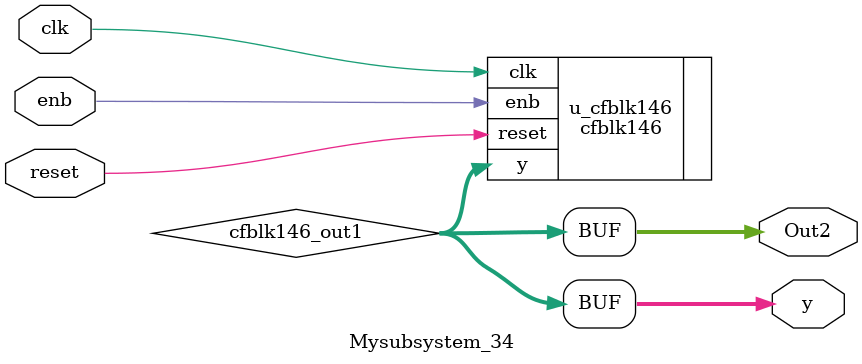
<source format=v>



`timescale 1 ns / 1 ns

module Mysubsystem_34
          (clk,
           reset,
           enb,
           y,
           Out2);


  input   clk;
  input   reset;
  input   enb;
  output  [7:0] y;  // uint8
  output  [7:0] Out2;  // uint8


  wire [7:0] cfblk146_out1;  // uint8


  cfblk146 u_cfblk146 (.clk(clk),
                       .reset(reset),
                       .enb(enb),
                       .y(cfblk146_out1)  // uint8
                       );

  assign y = cfblk146_out1;

  assign Out2 = cfblk146_out1;

endmodule  // Mysubsystem_34


</source>
